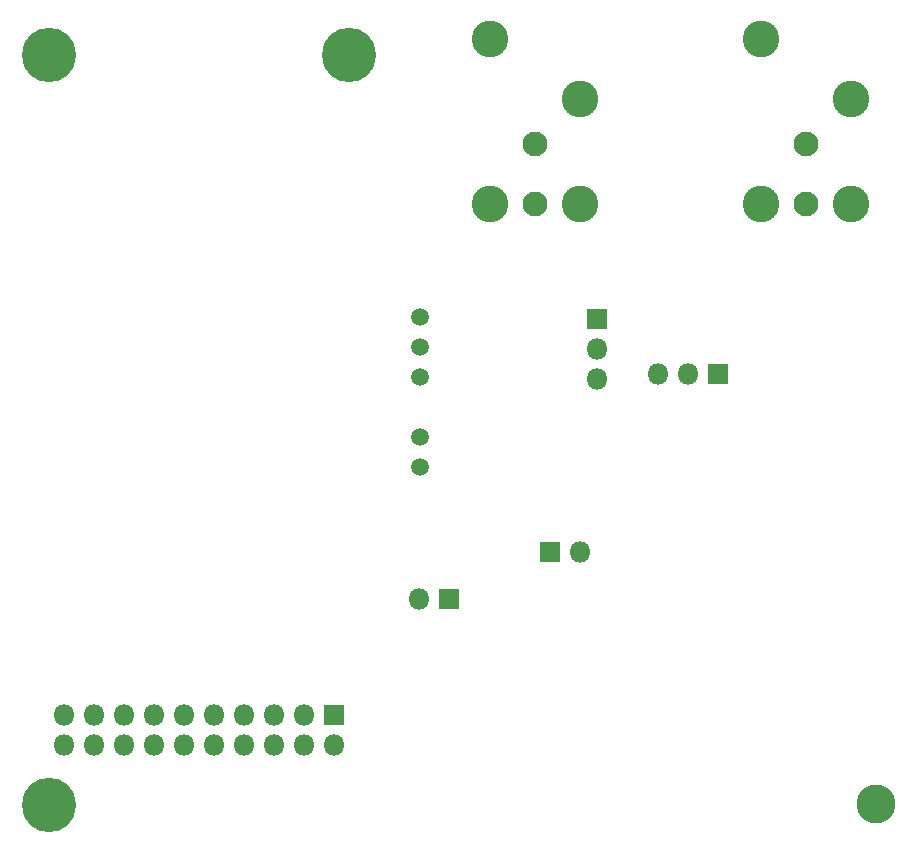
<source format=gbr>
G04 #@! TF.GenerationSoftware,KiCad,Pcbnew,(5.1.2)-2*
G04 #@! TF.CreationDate,2019-12-30T17:27:18+01:00*
G04 #@! TF.ProjectId,BalancedAudioBox,42616c61-6e63-4656-9441-7564696f426f,rev?*
G04 #@! TF.SameCoordinates,Original*
G04 #@! TF.FileFunction,Soldermask,Bot*
G04 #@! TF.FilePolarity,Negative*
%FSLAX46Y46*%
G04 Gerber Fmt 4.6, Leading zero omitted, Abs format (unit mm)*
G04 Created by KiCad (PCBNEW (5.1.2)-2) date 2019-12-30 17:27:18*
%MOMM*%
%LPD*%
G04 APERTURE LIST*
%ADD10R,1.800000X1.800000*%
%ADD11O,1.800000X1.800000*%
%ADD12C,4.600000*%
%ADD13C,3.300000*%
%ADD14C,1.516000*%
%ADD15C,3.100000*%
%ADD16C,2.100000*%
G04 APERTURE END LIST*
D10*
X157250000Y-110250000D03*
D11*
X159790000Y-110250000D03*
D10*
X148750000Y-114250000D03*
D11*
X146210000Y-114250000D03*
X116140000Y-126540000D03*
X116140000Y-124000000D03*
X118680000Y-126540000D03*
X118680000Y-124000000D03*
X121220000Y-126540000D03*
X121220000Y-124000000D03*
X123760000Y-126540000D03*
X123760000Y-124000000D03*
X126300000Y-126540000D03*
X126300000Y-124000000D03*
X128840000Y-126540000D03*
X128840000Y-124000000D03*
X131380000Y-126540000D03*
X131380000Y-124000000D03*
X133920000Y-126540000D03*
X133920000Y-124000000D03*
X136460000Y-126540000D03*
X136460000Y-124000000D03*
X139000000Y-126540000D03*
D10*
X139000000Y-124000000D03*
D12*
X114870000Y-68120000D03*
X114870000Y-131620000D03*
X140270000Y-68120000D03*
D13*
X184912000Y-131572000D03*
D11*
X161250000Y-95580000D03*
X161250000Y-93040000D03*
D10*
X161250000Y-90500000D03*
D14*
X146250000Y-90300000D03*
X146250000Y-92840000D03*
X146250000Y-95380000D03*
X146250000Y-100460000D03*
X146250000Y-103000000D03*
D15*
X175190000Y-80755000D03*
D16*
X179000000Y-80755000D03*
D15*
X182810000Y-80755000D03*
X175190000Y-66785000D03*
X182810000Y-71865000D03*
D16*
X179000000Y-75675000D03*
X156000000Y-75675000D03*
D15*
X159810000Y-71865000D03*
X152190000Y-66785000D03*
X159810000Y-80755000D03*
D16*
X156000000Y-80755000D03*
D15*
X152190000Y-80755000D03*
D10*
X171500000Y-95150000D03*
D11*
X168960000Y-95150000D03*
X166420000Y-95150000D03*
M02*

</source>
